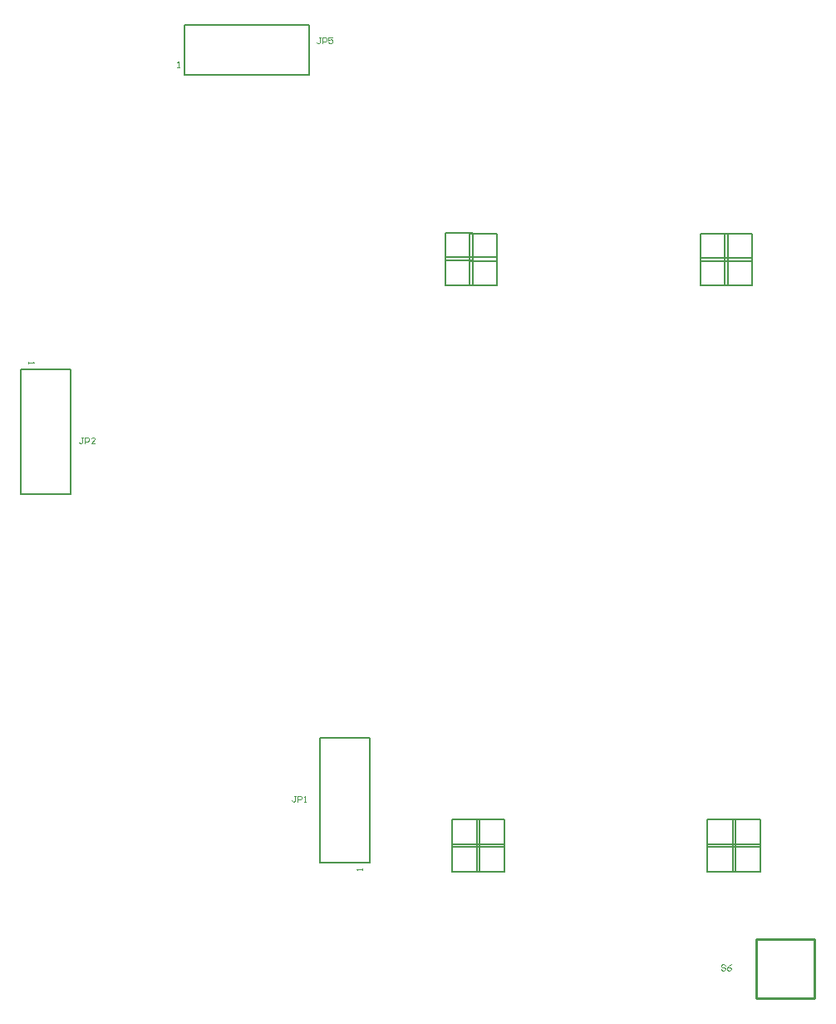
<source format=gto>
%FSLAX43Y43*%
%MOMM*%
G71*
G01*
G75*
%ADD10C,0.300*%
%ADD11C,0.500*%
%ADD12C,0.600*%
%ADD13C,2.000*%
%ADD14C,5.000*%
%ADD15R,1.500X1.500*%
%ADD16C,1.500*%
%ADD17R,2.000X2.000*%
%ADD18C,3.500*%
%ADD19C,2.500*%
%ADD20C,1.200*%
%ADD21C,1.100*%
%ADD22R,2.800X3.200*%
%ADD23R,0.300X1.300*%
%ADD24R,1.600X0.800*%
%ADD25R,3.000X2.000*%
%ADD26R,1.000X0.800*%
%ADD27R,0.500X2.500*%
%ADD28R,2.000X2.500*%
%ADD29R,0.800X1.000*%
%ADD30O,0.350X1.800*%
%ADD31O,0.350X1.800*%
%ADD32R,0.600X2.200*%
%ADD33R,0.600X2.200*%
%ADD34R,0.600X2.150*%
%ADD35R,0.600X2.150*%
%ADD36R,1.800X1.600*%
%ADD37R,1.450X0.550*%
%ADD38R,1.450X0.550*%
%ADD39R,1.300X0.850*%
%ADD40C,0.400*%
%ADD41C,0.250*%
%ADD42C,0.200*%
%ADD43C,0.254*%
%ADD44C,0.100*%
D42*
X68062Y81705D02*
X70862D01*
X70862Y78905D02*
Y81705D01*
X68062Y78905D02*
X70862D01*
X68062Y78905D02*
Y81705D01*
X65662D02*
X68462D01*
X68462Y78905D02*
Y81705D01*
X65662Y78905D02*
X68462D01*
X65662Y78905D02*
Y81705D01*
X68062Y84209D02*
X70862D01*
X70862Y81409D02*
Y84209D01*
X68062Y81409D02*
X70862D01*
X68062Y81409D02*
Y84209D01*
X65637Y84205D02*
X68437Y84205D01*
X68437Y81405D02*
Y84205D01*
X65637Y81405D02*
X68437D01*
X65637Y81405D02*
X65637Y84205D01*
X39632Y81766D02*
X42432Y81766D01*
X42432Y78966D02*
Y81766D01*
X39632Y78966D02*
X42432D01*
X39632D02*
X39632Y81766D01*
X42120Y81762D02*
X42120Y78962D01*
Y81762D02*
X44920D01*
Y78962D02*
Y81762D01*
X42120Y78962D02*
X44920Y78962D01*
X42112Y84205D02*
X44912D01*
X44912Y81405D02*
Y84205D01*
X42112Y81405D02*
X44912D01*
X42112Y81405D02*
Y84205D01*
X39637Y84255D02*
X42437D01*
X42437Y81455D02*
Y84255D01*
X39637Y81455D02*
X42437D01*
X39637Y81455D02*
Y84255D01*
X13080Y100330D02*
X25780D01*
X13080Y105410D02*
X25780D01*
X13080Y100330D02*
Y105410D01*
X25780Y100330D02*
Y105410D01*
X31946Y20130D02*
Y32830D01*
X26866Y20130D02*
Y32830D01*
Y20130D02*
X31946D01*
X26866Y32830D02*
X31946D01*
X-3620Y57670D02*
Y70370D01*
X1460Y57670D02*
Y70370D01*
X-3620D02*
X1460D01*
X-3620Y57670D02*
X1460D01*
X42845Y21737D02*
X45645D01*
X45645Y21737D02*
Y24537D01*
X42845D02*
X45645D01*
X42845Y21737D02*
Y24537D01*
Y19237D02*
X45645D01*
X45645Y19237D02*
Y22037D01*
X42845D02*
X45645D01*
X42845Y19237D02*
Y22037D01*
X40295Y19237D02*
X43095D01*
X43095Y19237D02*
Y22037D01*
X40295D02*
X43095D01*
X40295Y19237D02*
Y22037D01*
Y21737D02*
X43095D01*
X43095Y21737D02*
Y24537D01*
X40295D02*
X43095D01*
X40295Y21737D02*
Y24537D01*
X68895Y21737D02*
X71695D01*
X71695Y21737D02*
Y24537D01*
X68895D02*
X71695D01*
X68895Y21737D02*
Y24537D01*
Y19237D02*
X71695D01*
X71695Y19237D02*
Y22037D01*
X68895D02*
X71695D01*
X68895Y19237D02*
Y22037D01*
X66345Y21737D02*
X69145D01*
X69145Y21737D02*
Y24537D01*
X66345D02*
X69145D01*
X66345Y21737D02*
Y24537D01*
Y19237D02*
X69145D01*
X69145Y19237D02*
Y22037D01*
X66345D02*
X69145D01*
X66345Y19237D02*
Y22037D01*
D43*
X77259Y6351D02*
X77259Y12351D01*
X71259Y12351D02*
X77259Y12351D01*
X71259Y6351D02*
Y12351D01*
Y6351D02*
X77259D01*
D44*
X26925Y104150D02*
X26725D01*
X26825D01*
Y103650D01*
X26725Y103550D01*
X26625D01*
X26525Y103650D01*
X27125Y103550D02*
Y104150D01*
X27425D01*
X27525Y104050D01*
Y103850D01*
X27425Y103750D01*
X27125D01*
X28124Y104150D02*
X27725D01*
Y103850D01*
X27925Y103950D01*
X28025D01*
X28124Y103850D01*
Y103650D01*
X28025Y103550D01*
X27825D01*
X27725Y103650D01*
X12318Y101092D02*
X12518D01*
X12418D01*
Y101692D01*
X12318Y101592D01*
X24400Y26975D02*
X24200D01*
X24300D01*
Y26475D01*
X24200Y26375D01*
X24100D01*
X24000Y26475D01*
X24600Y26375D02*
Y26975D01*
X24900D01*
X25000Y26875D01*
Y26675D01*
X24900Y26575D01*
X24600D01*
X25200Y26375D02*
X25400D01*
X25300D01*
Y26975D01*
X25200Y26875D01*
X31184Y19368D02*
Y19568D01*
Y19468D01*
X30584D01*
X30684Y19368D01*
X2725Y63450D02*
X2525D01*
X2625D01*
Y62950D01*
X2525Y62850D01*
X2425D01*
X2325Y62950D01*
X2925Y62850D02*
Y63450D01*
X3225D01*
X3325Y63350D01*
Y63150D01*
X3225Y63050D01*
X2925D01*
X3924Y62850D02*
X3525D01*
X3924Y63250D01*
Y63350D01*
X3825Y63450D01*
X3625D01*
X3525Y63350D01*
X-2858Y71132D02*
Y70932D01*
Y71032D01*
X-2258D01*
X-2358Y71132D01*
X68125Y9700D02*
X68025Y9800D01*
X67825D01*
X67725Y9700D01*
Y9600D01*
X67825Y9500D01*
X68025D01*
X68125Y9400D01*
Y9300D01*
X68025Y9200D01*
X67825D01*
X67725Y9300D01*
X68725Y9800D02*
X68525Y9700D01*
X68325Y9500D01*
Y9300D01*
X68425Y9200D01*
X68625D01*
X68725Y9300D01*
Y9400D01*
X68625Y9500D01*
X68325D01*
M02*

</source>
